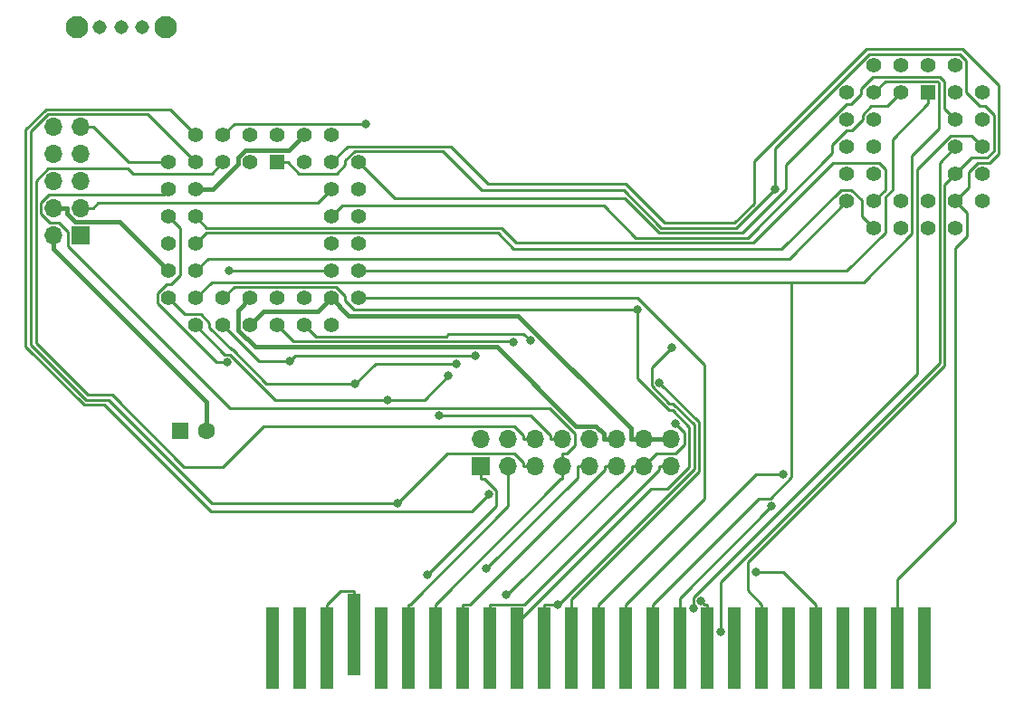
<source format=gbr>
G04 #@! TF.GenerationSoftware,KiCad,Pcbnew,(6.0.5)*
G04 #@! TF.CreationDate,2022-10-25T10:43:50-03:00*
G04 #@! TF.ProjectId,MSX USB Drive,4d535820-5553-4422-9044-726976652e6b,rev?*
G04 #@! TF.SameCoordinates,Original*
G04 #@! TF.FileFunction,Copper,L1,Top*
G04 #@! TF.FilePolarity,Positive*
%FSLAX46Y46*%
G04 Gerber Fmt 4.6, Leading zero omitted, Abs format (unit mm)*
G04 Created by KiCad (PCBNEW (6.0.5)) date 2022-10-25 10:43:50*
%MOMM*%
%LPD*%
G01*
G04 APERTURE LIST*
G04 #@! TA.AperFunction,SMDPad,CuDef*
%ADD10R,1.270000X7.620000*%
G04 #@! TD*
G04 #@! TA.AperFunction,ComponentPad*
%ADD11R,1.600000X1.600000*%
G04 #@! TD*
G04 #@! TA.AperFunction,ComponentPad*
%ADD12C,1.600000*%
G04 #@! TD*
G04 #@! TA.AperFunction,ComponentPad*
%ADD13R,1.700000X1.700000*%
G04 #@! TD*
G04 #@! TA.AperFunction,ComponentPad*
%ADD14O,1.700000X1.700000*%
G04 #@! TD*
G04 #@! TA.AperFunction,ComponentPad*
%ADD15C,1.308000*%
G04 #@! TD*
G04 #@! TA.AperFunction,ComponentPad*
%ADD16C,2.100000*%
G04 #@! TD*
G04 #@! TA.AperFunction,ComponentPad*
%ADD17R,1.422400X1.422400*%
G04 #@! TD*
G04 #@! TA.AperFunction,ComponentPad*
%ADD18C,1.422400*%
G04 #@! TD*
G04 #@! TA.AperFunction,ComponentPad*
%ADD19R,1.397000X1.397000*%
G04 #@! TD*
G04 #@! TA.AperFunction,ComponentPad*
%ADD20C,1.397000*%
G04 #@! TD*
G04 #@! TA.AperFunction,ViaPad*
%ADD21C,0.800000*%
G04 #@! TD*
G04 #@! TA.AperFunction,Conductor*
%ADD22C,0.250000*%
G04 #@! TD*
G04 #@! TA.AperFunction,Conductor*
%ADD23C,0.400000*%
G04 #@! TD*
G04 APERTURE END LIST*
D10*
X113350000Y-124270000D03*
X110810000Y-124270000D03*
X161610000Y-124270000D03*
X171770000Y-124270000D03*
X164150000Y-124270000D03*
X159070000Y-124270000D03*
X156530000Y-124270000D03*
X153990000Y-124270000D03*
X166690000Y-124270000D03*
X169230000Y-124270000D03*
X138750000Y-124270000D03*
X136210000Y-124270000D03*
X133670000Y-124270000D03*
X146370000Y-124270000D03*
X143830000Y-124270000D03*
X148910000Y-124270000D03*
X141290000Y-124270000D03*
X151450000Y-124270000D03*
X120970000Y-124270000D03*
X131130000Y-124270000D03*
X128590000Y-124270000D03*
X126050000Y-124270000D03*
X123510000Y-124270000D03*
X118430000Y-123000000D03*
X115890000Y-124270000D03*
D11*
X102134900Y-103910000D03*
D12*
X104634900Y-103910000D03*
D13*
X130320000Y-107250000D03*
D14*
X130320000Y-104710000D03*
X132860000Y-107250000D03*
X132860000Y-104710000D03*
X135400000Y-107250000D03*
X135400000Y-104710000D03*
X137940000Y-107250000D03*
X137940000Y-104710000D03*
X140480000Y-107250000D03*
X140480000Y-104710000D03*
X143020000Y-107250000D03*
X143020000Y-104710000D03*
X145560000Y-107250000D03*
X145560000Y-104710000D03*
X148100000Y-107250000D03*
X148100000Y-104710000D03*
D15*
X98650000Y-66180000D03*
X94650000Y-66180000D03*
X96650000Y-66180000D03*
D16*
X100800000Y-66180000D03*
X92500000Y-66180000D03*
D17*
X172130000Y-72270000D03*
D18*
X169590000Y-69730000D03*
X169590000Y-72270000D03*
X167050000Y-69730000D03*
X164510000Y-72270000D03*
X167050000Y-72270000D03*
X164510000Y-74810000D03*
X167050000Y-74810000D03*
X164510000Y-77350000D03*
X167050000Y-77350000D03*
X164510000Y-79890000D03*
X167050000Y-79890000D03*
X164510000Y-82430000D03*
X167050000Y-84970000D03*
X167050000Y-82430000D03*
X169590000Y-84970000D03*
X169590000Y-82430000D03*
X172130000Y-84970000D03*
X172130000Y-82430000D03*
X174670000Y-84970000D03*
X177210000Y-82430000D03*
X174670000Y-82430000D03*
X177210000Y-79890000D03*
X174670000Y-79890000D03*
X177210000Y-77350000D03*
X174670000Y-77350000D03*
X177210000Y-74810000D03*
X174670000Y-74810000D03*
X177210000Y-72270000D03*
X174670000Y-69730000D03*
X174670000Y-72270000D03*
X172130000Y-69730000D03*
D19*
X111260000Y-78810000D03*
D20*
X108720000Y-76270000D03*
X108720000Y-78810000D03*
X106180000Y-76270000D03*
X106180000Y-78810000D03*
X103640000Y-76270000D03*
X101100000Y-78810000D03*
X103640000Y-78810000D03*
X101100000Y-81350000D03*
X103640000Y-81350000D03*
X101100000Y-83890000D03*
X103640000Y-83890000D03*
X101100000Y-86430000D03*
X103640000Y-86430000D03*
X101100000Y-88970000D03*
X103640000Y-88970000D03*
X101100000Y-91510000D03*
X103640000Y-94050000D03*
X103640000Y-91510000D03*
X106180000Y-94050000D03*
X106180000Y-91510000D03*
X108720000Y-94050000D03*
X108720000Y-91510000D03*
X111260000Y-94050000D03*
X111260000Y-91510000D03*
X113800000Y-94050000D03*
X113800000Y-91510000D03*
X116340000Y-94050000D03*
X118880000Y-91510000D03*
X116340000Y-91510000D03*
X118880000Y-88970000D03*
X116340000Y-88970000D03*
X118880000Y-86430000D03*
X116340000Y-86430000D03*
X118880000Y-83890000D03*
X116340000Y-83890000D03*
X118880000Y-81350000D03*
X116340000Y-81350000D03*
X118880000Y-78810000D03*
X116340000Y-76270000D03*
X116340000Y-78810000D03*
X113800000Y-76270000D03*
X113800000Y-78810000D03*
X111260000Y-76270000D03*
D13*
X92850000Y-85640000D03*
D14*
X90310000Y-85640000D03*
X92850000Y-83100000D03*
X90310000Y-83100000D03*
X92850000Y-80560000D03*
X90310000Y-80560000D03*
X92850000Y-78020000D03*
X90310000Y-78020000D03*
X92850000Y-75480000D03*
X90310000Y-75480000D03*
D21*
X119552700Y-75217800D03*
X152720000Y-122752800D03*
X150153100Y-120537500D03*
X127219900Y-98787200D03*
X121552500Y-101005800D03*
X127969900Y-97640000D03*
X118540000Y-99527300D03*
X134916900Y-95475300D03*
X133345900Y-95578100D03*
X112441600Y-97391400D03*
X129800300Y-96914600D03*
X132616300Y-119254500D03*
X148467300Y-103255200D03*
X130792300Y-116818600D03*
X106568600Y-97501000D03*
X122493200Y-110701300D03*
X125303000Y-117344900D03*
X144907500Y-92537300D03*
X137450800Y-120134700D03*
X148120800Y-96099400D03*
X126382400Y-102502000D03*
X146997200Y-99405800D03*
X158593700Y-107960200D03*
X157484800Y-110964300D03*
X150864700Y-119831600D03*
X157773000Y-81325300D03*
X131016300Y-109818700D03*
X156005900Y-117108000D03*
X106784000Y-88954900D03*
D22*
X168320000Y-73540000D02*
X169590000Y-72270000D01*
X166013400Y-74326200D02*
X166799600Y-73540000D01*
X166013400Y-74827100D02*
X166013400Y-74326200D01*
X164993900Y-75846600D02*
X166013400Y-74827100D01*
X163137400Y-77175800D02*
X164466600Y-75846600D01*
X163137400Y-77932600D02*
X163137400Y-77175800D01*
X155229520Y-85840480D02*
X163137400Y-77932600D01*
X164466600Y-75846600D02*
X164993900Y-75846600D01*
X117363011Y-82866989D02*
X141798789Y-82866989D01*
X116340000Y-83890000D02*
X117363011Y-82866989D01*
X141798789Y-82866989D02*
X144772280Y-85840480D01*
X144772280Y-85840480D02*
X155229520Y-85840480D01*
X166799600Y-73540000D02*
X168320000Y-73540000D01*
X175940000Y-81160000D02*
X174670000Y-82430000D01*
X175940000Y-79684100D02*
X175940000Y-81160000D01*
X176787100Y-78837000D02*
X175940000Y-79684100D01*
X177900000Y-78837000D02*
X176787100Y-78837000D01*
X178726600Y-78010400D02*
X177900000Y-78837000D01*
X178726600Y-71588000D02*
X178726600Y-78010400D01*
X175338400Y-68199800D02*
X178726600Y-71588000D01*
X166357600Y-68199800D02*
X175338400Y-68199800D01*
X155840000Y-78717400D02*
X166357600Y-68199800D01*
X147481300Y-84430000D02*
X154032582Y-84430000D01*
X154032582Y-84430000D02*
X155840000Y-82622582D01*
X130960300Y-80780000D02*
X143831300Y-80780000D01*
X143831300Y-80780000D02*
X147481300Y-84430000D01*
X127486400Y-77306100D02*
X130960300Y-80780000D01*
X155840000Y-82622582D02*
X155840000Y-78717400D01*
X116340000Y-78810000D02*
X117843900Y-77306100D01*
X117843900Y-77306100D02*
X127486400Y-77306100D01*
X112283800Y-78810000D02*
X111260000Y-78810000D01*
X113307700Y-79833900D02*
X112283800Y-78810000D01*
X116795600Y-79833900D02*
X113307700Y-79833900D01*
X117610000Y-79019500D02*
X116795600Y-79833900D01*
X126748200Y-77756500D02*
X118485500Y-77756500D01*
X118485500Y-77756500D02*
X117610000Y-78632000D01*
X117610000Y-78632000D02*
X117610000Y-79019500D01*
X143620500Y-81400000D02*
X130391700Y-81400000D01*
X130391700Y-81400000D02*
X126748200Y-77756500D01*
X154158300Y-84940000D02*
X147160500Y-84940000D01*
X147160500Y-84940000D02*
X143620500Y-81400000D01*
X157773000Y-81325300D02*
X154158300Y-84940000D01*
X122240000Y-82170000D02*
X118880000Y-78810000D01*
X143753600Y-82170000D02*
X122240000Y-82170000D01*
X146974560Y-85390960D02*
X143753600Y-82170000D01*
X154765140Y-85390960D02*
X146974560Y-85390960D01*
X158810100Y-81346000D02*
X154765140Y-85390960D01*
X158810100Y-79026300D02*
X158810100Y-81346000D01*
X164521500Y-73314900D02*
X158810100Y-79026300D01*
X165877600Y-71878100D02*
X165877600Y-72383400D01*
X173186700Y-70775000D02*
X166980700Y-70775000D01*
X164946100Y-73314900D02*
X164521500Y-73314900D01*
X173629900Y-71218200D02*
X173186700Y-70775000D01*
X166980700Y-70775000D02*
X165877600Y-71878100D01*
X165877600Y-72383400D02*
X164946100Y-73314900D01*
X173629900Y-73769900D02*
X173629900Y-71218200D01*
X174670000Y-74810000D02*
X173629900Y-73769900D01*
X168119800Y-81360200D02*
X167050000Y-82430000D01*
X167562400Y-78852300D02*
X168119800Y-79409700D01*
X132230200Y-84913900D02*
X133606300Y-86290000D01*
X163182600Y-78852300D02*
X167562400Y-78852300D01*
X104663900Y-84913900D02*
X132230200Y-84913900D01*
X133606300Y-86290000D02*
X155744900Y-86290000D01*
X103640000Y-83890000D02*
X104663900Y-84913900D01*
X155744900Y-86290000D02*
X163182600Y-78852300D01*
X168119800Y-79409700D02*
X168119800Y-81360200D01*
X165939300Y-83859300D02*
X167050000Y-84970000D01*
X164944800Y-81358000D02*
X165939300Y-82352500D01*
X158407400Y-86910000D02*
X163959400Y-81358000D01*
X133364400Y-86910000D02*
X158407400Y-86910000D01*
X165939300Y-82352500D02*
X165939300Y-83859300D01*
X131859900Y-85405500D02*
X133364400Y-86910000D01*
X104664500Y-85405500D02*
X131859900Y-85405500D01*
X163959400Y-81358000D02*
X164944800Y-81358000D01*
X103640000Y-86430000D02*
X104664500Y-85405500D01*
X174646500Y-86775700D02*
X174646500Y-112353500D01*
X169230000Y-117770000D02*
X169230000Y-124270000D01*
X175729900Y-83489900D02*
X175729900Y-85692300D01*
X174670000Y-82430000D02*
X175729900Y-83489900D01*
X175729900Y-85692300D02*
X174646500Y-86775700D01*
X174646500Y-112353500D02*
X169230000Y-117770000D01*
X134224700Y-104710000D02*
X135400000Y-104710000D01*
X134224700Y-104342600D02*
X134224700Y-104710000D01*
X133416800Y-103534700D02*
X134224700Y-104342600D01*
X109975300Y-103534700D02*
X133416800Y-103534700D01*
X106190000Y-107320000D02*
X109975300Y-103534700D01*
X102550000Y-107320000D02*
X106190000Y-107320000D01*
X95790000Y-100560000D02*
X102550000Y-107320000D01*
X88676100Y-95689500D02*
X93546600Y-100560000D01*
X88676100Y-80526800D02*
X88676100Y-95689500D01*
X93546600Y-100560000D02*
X95790000Y-100560000D01*
X97749300Y-79840900D02*
X97267300Y-79358900D01*
X97267300Y-79358900D02*
X89844000Y-79358900D01*
X105149100Y-79840900D02*
X97749300Y-79840900D01*
X106180000Y-78810000D02*
X105149100Y-79840900D01*
X89844000Y-79358900D02*
X88676100Y-80526800D01*
X95469520Y-101009520D02*
X105161300Y-110701300D01*
X105161300Y-110701300D02*
X122493200Y-110701300D01*
X88188000Y-95837117D02*
X93360403Y-101009520D01*
X89813900Y-74302200D02*
X88188000Y-75928100D01*
X99132200Y-74302200D02*
X89813900Y-74302200D01*
X88188000Y-75928100D02*
X88188000Y-95837117D01*
X93360403Y-101009520D02*
X95469520Y-101009520D01*
X103640000Y-78810000D02*
X99132200Y-74302200D01*
X129405700Y-111429300D02*
X131016300Y-109818700D01*
X93174206Y-101459040D02*
X95079040Y-101459040D01*
X87732900Y-96017734D02*
X93174206Y-101459040D01*
X87732900Y-75746300D02*
X87732900Y-96017734D01*
X89627300Y-73851900D02*
X87732900Y-75746300D01*
X95079040Y-101459040D02*
X105049300Y-111429300D01*
X101221900Y-73851900D02*
X89627300Y-73851900D01*
X105049300Y-111429300D02*
X129405700Y-111429300D01*
X103640000Y-76270000D02*
X101221900Y-73851900D01*
D23*
X109166600Y-96074400D02*
X107608700Y-94516500D01*
X139152700Y-103459700D02*
X131767400Y-96074400D01*
X143020000Y-104710000D02*
X141769700Y-104710000D01*
X91560300Y-83618100D02*
X91560300Y-83100000D01*
X141769700Y-104162900D02*
X141066500Y-103459700D01*
X96519600Y-84389600D02*
X92331800Y-84389600D01*
X131767400Y-96074400D02*
X109166600Y-96074400D01*
X107608700Y-94516500D02*
X107608700Y-92621300D01*
X101100000Y-88970000D02*
X96519600Y-84389600D01*
X141769700Y-104710000D02*
X141769700Y-104162900D01*
X107608700Y-92621300D02*
X108720000Y-91510000D01*
X141066500Y-103459700D02*
X139152700Y-103459700D01*
X92331800Y-84389600D02*
X91560300Y-83618100D01*
X90310000Y-83100000D02*
X91560300Y-83100000D01*
X107621100Y-78925100D02*
X107621100Y-78319000D01*
X133744800Y-93129200D02*
X117959200Y-93129200D01*
X104634900Y-103910000D02*
X104634900Y-101215200D01*
X148100000Y-104710000D02*
X145560000Y-104710000D01*
X104634900Y-101215200D02*
X90310000Y-86890300D01*
X108229000Y-77711100D02*
X112358900Y-77711100D01*
X90310000Y-85640000D02*
X90310000Y-86890300D01*
X144309700Y-104710000D02*
X144309700Y-103694100D01*
X144309700Y-103694100D02*
X133744800Y-93129200D01*
X145560000Y-104710000D02*
X144309700Y-104710000D01*
X109990000Y-92780000D02*
X108720000Y-94050000D01*
X116340000Y-91510000D02*
X115070000Y-92780000D01*
X115070000Y-92780000D02*
X109990000Y-92780000D01*
X117959200Y-93129200D02*
X116340000Y-91510000D01*
X103640000Y-81350000D02*
X105196200Y-81350000D01*
X105196200Y-81350000D02*
X107621100Y-78925100D01*
X112358900Y-77711100D02*
X113800000Y-76270000D01*
X107621100Y-78319000D02*
X108229000Y-77711100D01*
D22*
X106180000Y-76270000D02*
X107232200Y-75217800D01*
X107232200Y-75217800D02*
X119552700Y-75217800D01*
X173183100Y-78836900D02*
X173183100Y-97565700D01*
X152720000Y-118028800D02*
X152720000Y-122752800D01*
X173183100Y-97565700D02*
X152720000Y-118028800D01*
X174670000Y-77350000D02*
X173183100Y-78836900D01*
X171076900Y-79407500D02*
X171076900Y-98593800D01*
X150139400Y-120523800D02*
X150153100Y-120537500D01*
X176154700Y-76294700D02*
X174189700Y-76294700D01*
X171076800Y-98593800D02*
X150139400Y-119531200D01*
X171076900Y-98593800D02*
X171076800Y-98593800D01*
X177210000Y-77350000D02*
X176154700Y-76294700D01*
X150139400Y-119531200D02*
X150139400Y-120523800D01*
X174189700Y-76294700D02*
X171076900Y-79407500D01*
X111099200Y-101005800D02*
X106869100Y-96775700D01*
X121552500Y-101005800D02*
X111099200Y-101005800D01*
X125001300Y-101005800D02*
X127219900Y-98787200D01*
X106365700Y-96775700D02*
X103640000Y-94050000D01*
X121552500Y-101005800D02*
X125001300Y-101005800D01*
X106869100Y-96775700D02*
X106365700Y-96775700D01*
X120427300Y-97640000D02*
X127969900Y-97640000D01*
X104910000Y-93799100D02*
X104137000Y-93026100D01*
X106960100Y-96325400D02*
X104910000Y-94275300D01*
X110257600Y-99527300D02*
X107055700Y-96325400D01*
X118540000Y-99527300D02*
X110257600Y-99527300D01*
X107055700Y-96325400D02*
X106960100Y-96325400D01*
X102616100Y-93026100D02*
X101100000Y-91510000D01*
X104137000Y-93026100D02*
X102616100Y-93026100D01*
X104910000Y-94275300D02*
X104910000Y-93799100D01*
X118540000Y-99527300D02*
X120427300Y-97640000D01*
X127029800Y-95093200D02*
X127271500Y-94851500D01*
X114843200Y-95093200D02*
X127029800Y-95093200D01*
X127271500Y-94851500D02*
X134293100Y-94851500D01*
X134293100Y-94851500D02*
X134916900Y-95475300D01*
X113800000Y-94050000D02*
X114843200Y-95093200D01*
X133345900Y-95578100D02*
X133316700Y-95548900D01*
X112758900Y-95548900D02*
X111260000Y-94050000D01*
X133316700Y-95548900D02*
X112758900Y-95548900D01*
X112918400Y-96914600D02*
X129800300Y-96914600D01*
X109521400Y-97391400D02*
X112441600Y-97391400D01*
X106180000Y-94050000D02*
X109521400Y-97391400D01*
X112441600Y-97391400D02*
X112918400Y-96914600D01*
X148450300Y-106074600D02*
X149306200Y-105218700D01*
X144384700Y-107603600D02*
X132733800Y-119254500D01*
X146735400Y-106074600D02*
X148450300Y-106074600D01*
X149306200Y-105218700D02*
X149306200Y-104094100D01*
X132733800Y-119254500D02*
X132616300Y-119254500D01*
X144384700Y-107250000D02*
X144384700Y-107603600D01*
X149306200Y-104094100D02*
X148467300Y-103255200D01*
X145560000Y-107250000D02*
X144384700Y-107250000D01*
X145560000Y-107250000D02*
X146735400Y-106074600D01*
X100871300Y-90219100D02*
X100076000Y-91014400D01*
X100076000Y-91014400D02*
X100076000Y-91981600D01*
X139304700Y-108306200D02*
X130792300Y-116818600D01*
X102174400Y-84964400D02*
X102174400Y-89393100D01*
X102174400Y-89393100D02*
X101348400Y-90219100D01*
X105595400Y-97501000D02*
X106568600Y-97501000D01*
X100076000Y-91981600D02*
X105595400Y-97501000D01*
X101100000Y-83890000D02*
X102174400Y-84964400D01*
X101348400Y-90219100D02*
X100871300Y-90219100D01*
X139304700Y-107250000D02*
X139304700Y-108306200D01*
X140480000Y-107250000D02*
X139304700Y-107250000D01*
X122493200Y-110701300D02*
X127119800Y-106074700D01*
X127119800Y-106074700D02*
X133416800Y-106074700D01*
X135400000Y-107250000D02*
X134224700Y-107250000D01*
X134224700Y-106882600D02*
X134224700Y-107250000D01*
X133416800Y-106074700D02*
X134224700Y-106882600D01*
X130648700Y-108425300D02*
X130320000Y-108425300D01*
X130320000Y-107250000D02*
X130320000Y-108425300D01*
X125303000Y-117344900D02*
X131741600Y-110906300D01*
X131741600Y-109518200D02*
X130648700Y-108425300D01*
X131741600Y-110906300D02*
X131741600Y-109518200D01*
X132860000Y-110921500D02*
X123646800Y-120134700D01*
X123646800Y-120134700D02*
X123510000Y-120134700D01*
X132860000Y-107250000D02*
X132860000Y-110921500D01*
X123510000Y-124270000D02*
X123510000Y-120134700D01*
X89126500Y-82606300D02*
X89902800Y-81830000D01*
X137940000Y-106074700D02*
X138307400Y-106074700D01*
X89997900Y-84464400D02*
X89126500Y-83593000D01*
X137940000Y-108425300D02*
X137759400Y-108425300D01*
X137759400Y-108425300D02*
X126050000Y-120134700D01*
X100620000Y-81830000D02*
X101100000Y-81350000D01*
X138307400Y-106074700D02*
X139115300Y-105266800D01*
X137940000Y-107250000D02*
X137940000Y-108425300D01*
X106814400Y-101776700D02*
X91674600Y-86636900D01*
X139115300Y-104194200D02*
X136697800Y-101776700D01*
X89902800Y-81830000D02*
X100620000Y-81830000D01*
X136697800Y-101776700D02*
X106814400Y-101776700D01*
X90858600Y-84464400D02*
X89997900Y-84464400D01*
X89126500Y-83593000D02*
X89126500Y-82606300D01*
X91674600Y-85280400D02*
X90858600Y-84464400D01*
X91674600Y-86636900D02*
X91674600Y-85280400D01*
X137940000Y-107250000D02*
X137940000Y-106074700D01*
X126050000Y-124270000D02*
X126050000Y-120134700D01*
X139115300Y-105266800D02*
X139115300Y-104194200D01*
X141844700Y-107250000D02*
X141844700Y-107550700D01*
X143020000Y-107250000D02*
X141844700Y-107250000D01*
X141844700Y-107550700D02*
X129260700Y-120134700D01*
X129260700Y-120134700D02*
X128590000Y-120134700D01*
X128590000Y-124270000D02*
X128590000Y-120134700D01*
X104789200Y-87820800D02*
X159119200Y-87820800D01*
X134351600Y-120134700D02*
X146924700Y-107561600D01*
X131130000Y-124270000D02*
X131130000Y-120134700D01*
X159119200Y-87820800D02*
X164510000Y-82430000D01*
X131130000Y-120134700D02*
X134351600Y-120134700D01*
X146924700Y-107561600D02*
X146924700Y-107250000D01*
X148100000Y-107250000D02*
X146924700Y-107250000D01*
X103640000Y-88970000D02*
X104789200Y-87820800D01*
X107245600Y-90444400D02*
X106180000Y-91510000D01*
X117610000Y-91286400D02*
X116768000Y-90444400D01*
X144907500Y-98984100D02*
X147895600Y-101972200D01*
X146200800Y-109344200D02*
X133670000Y-121875000D01*
X133670000Y-121875000D02*
X133670000Y-124270000D01*
X118391800Y-92537300D02*
X117610000Y-91755500D01*
X148215800Y-101972200D02*
X149791100Y-103547500D01*
X116768000Y-90444400D02*
X107245600Y-90444400D01*
X144907500Y-92537300D02*
X118391800Y-92537300D01*
X149791100Y-103547500D02*
X149791100Y-107276100D01*
X147895600Y-101972200D02*
X148215800Y-101972200D01*
X149791100Y-107276100D02*
X147723000Y-109344200D01*
X147723000Y-109344200D02*
X146200800Y-109344200D01*
X117610000Y-91755500D02*
X117610000Y-91286400D01*
X144907500Y-92537300D02*
X144907500Y-98984100D01*
X146246300Y-97973900D02*
X148120800Y-96099400D01*
X137569400Y-120134700D02*
X150241400Y-107462700D01*
X137450800Y-120134700D02*
X137569400Y-120134700D01*
X150241400Y-103360800D02*
X148243400Y-101362800D01*
X147925100Y-101362800D02*
X146246300Y-99684000D01*
X146246300Y-99684000D02*
X146246300Y-97973900D01*
X150241400Y-107462700D02*
X150241400Y-103360800D01*
X136210000Y-120134700D02*
X137450800Y-120134700D01*
X148243400Y-101362800D02*
X147925100Y-101362800D01*
X136210000Y-124270000D02*
X136210000Y-120134700D01*
X134924000Y-102502000D02*
X126382400Y-102502000D01*
X137940000Y-104710000D02*
X136764700Y-104710000D01*
X150691700Y-103100300D02*
X146997200Y-99405800D01*
X138750000Y-119670600D02*
X150691700Y-107728900D01*
X150691700Y-107728900D02*
X150691700Y-103100300D01*
X138750000Y-124270000D02*
X138750000Y-119670600D01*
X136764700Y-104710000D02*
X136764700Y-104342700D01*
X136764700Y-104342700D02*
X134924000Y-102502000D01*
X151178100Y-97761800D02*
X151178100Y-110246600D01*
X144926300Y-91510000D02*
X151178100Y-97761800D01*
X141290000Y-124270000D02*
X141290000Y-120134700D01*
X151178100Y-110246600D02*
X141290000Y-120134700D01*
X118880000Y-91510000D02*
X144926300Y-91510000D01*
X156004500Y-107960200D02*
X158593700Y-107960200D01*
X143830000Y-120134700D02*
X156004500Y-107960200D01*
X143830000Y-124270000D02*
X143830000Y-120134700D01*
X173167100Y-75641800D02*
X173167100Y-71392300D01*
X159333700Y-89995600D02*
X159333700Y-108246000D01*
X170626500Y-78182400D02*
X173167100Y-75641800D01*
X173167100Y-71392300D02*
X173000200Y-71225400D01*
X159333700Y-89995600D02*
X159332100Y-89994000D01*
X170626500Y-85483600D02*
X170626500Y-78182400D01*
X159333700Y-89995600D02*
X166114500Y-89995600D01*
X168094600Y-71225400D02*
X167050000Y-72270000D01*
X159332100Y-89994000D02*
X105156000Y-89994000D01*
X146370000Y-124270000D02*
X146370000Y-120134700D01*
X166114500Y-89995600D02*
X170626500Y-85483600D01*
X105156000Y-89994000D02*
X103640000Y-91510000D01*
X173000200Y-71225400D02*
X168094600Y-71225400D01*
X157340700Y-110239000D02*
X156265700Y-110239000D01*
X159333700Y-108246000D02*
X157340700Y-110239000D01*
X156265700Y-110239000D02*
X146370000Y-120134700D01*
X157484800Y-110964300D02*
X148910000Y-119539100D01*
X148910000Y-119539100D02*
X148910000Y-120134700D01*
X148910000Y-124270000D02*
X148910000Y-120134700D01*
X151167800Y-120134700D02*
X151450000Y-120134700D01*
X150864700Y-119831600D02*
X151167800Y-120134700D01*
X151450000Y-124270000D02*
X151450000Y-120134700D01*
X157773100Y-77493000D02*
X157773100Y-81325300D01*
X175091000Y-68681100D02*
X166585000Y-68681100D01*
X173633500Y-80926500D02*
X174670000Y-79890000D01*
X173633500Y-97817500D02*
X173633500Y-80926500D01*
X177445800Y-73540000D02*
X176971500Y-73540000D01*
X176173400Y-78386600D02*
X177639700Y-78386600D01*
X177639700Y-78386600D02*
X178260800Y-77765500D01*
X157773100Y-81325300D02*
X157773000Y-81325300D01*
X156530000Y-120134700D02*
X155253100Y-118857800D01*
X155253100Y-118857800D02*
X155253100Y-116197900D01*
X174670000Y-79890000D02*
X176173400Y-78386600D01*
X166585000Y-68681100D02*
X157773100Y-77493000D01*
X155253100Y-116197900D02*
X173633500Y-97817500D01*
X175706600Y-69296700D02*
X175091000Y-68681100D01*
X156530000Y-124270000D02*
X156530000Y-120134700D01*
X176971500Y-73540000D02*
X175706600Y-72275100D01*
X178260800Y-74355000D02*
X177445800Y-73540000D01*
X178260800Y-77765500D02*
X178260800Y-74355000D01*
X175706600Y-72275100D02*
X175706600Y-69296700D01*
X161610000Y-120134700D02*
X158583300Y-117108000D01*
X158583300Y-117108000D02*
X156005900Y-117108000D01*
X161610000Y-124270000D02*
X161610000Y-120134700D01*
X106784000Y-88954900D02*
X116324900Y-88954900D01*
X116324900Y-88954900D02*
X116340000Y-88970000D01*
X94512500Y-82612800D02*
X94025300Y-83100000D01*
X92850000Y-83100000D02*
X94025300Y-83100000D01*
X116340000Y-81350000D02*
X115077200Y-82612800D01*
X115077200Y-82612800D02*
X94512500Y-82612800D01*
X92850000Y-75480000D02*
X94025300Y-75480000D01*
X94025300Y-75480000D02*
X97355300Y-78810000D01*
X97355300Y-78810000D02*
X101100000Y-78810000D01*
X164527100Y-88970000D02*
X168160700Y-85336400D01*
X118880000Y-88970000D02*
X164527100Y-88970000D01*
X168778700Y-81393400D02*
X168778700Y-76657800D01*
X168160700Y-82011400D02*
X168778700Y-81393400D01*
X168778700Y-76657800D02*
X172130000Y-73306500D01*
X168160700Y-85336400D02*
X168160700Y-82011400D01*
X172130000Y-72270000D02*
X172130000Y-73306500D01*
X118430000Y-123000000D02*
X118430000Y-118864700D01*
X117160000Y-118864700D02*
X118430000Y-118864700D01*
X115890000Y-120134700D02*
X117160000Y-118864700D01*
X115890000Y-124270000D02*
X115890000Y-120134700D01*
M02*

</source>
